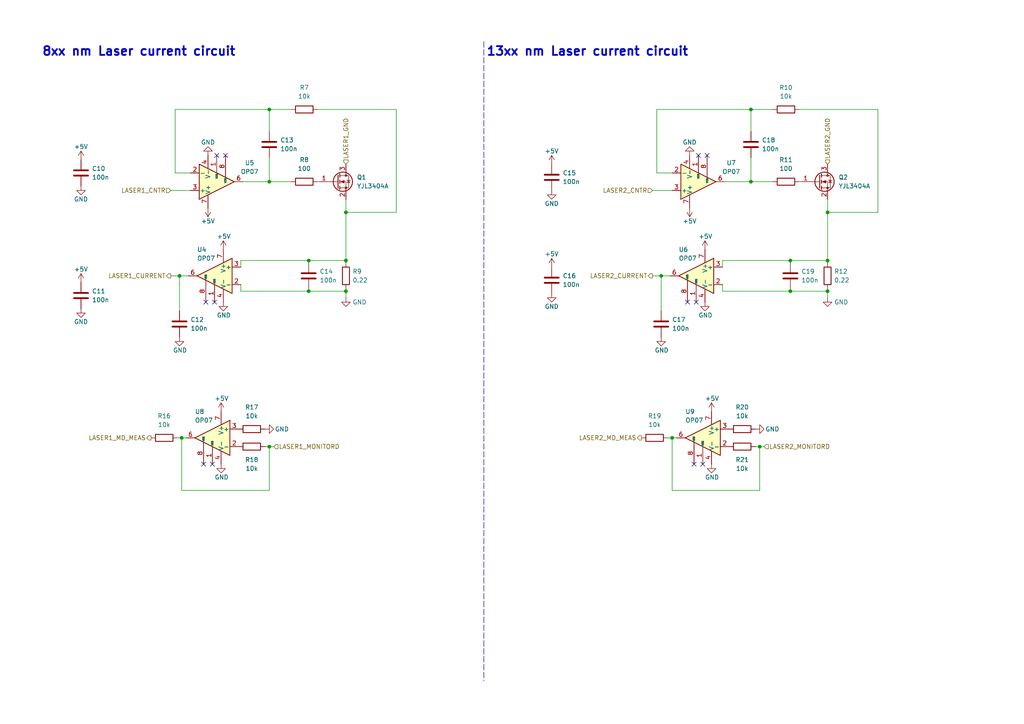
<source format=kicad_sch>
(kicad_sch (version 20211123) (generator eeschema)
  (paper "A4")
  (title_block (title "Laser controller board (Laser driver)") (date "2022-05-05") (rev "R0.1") (company "Designed by Márk Mihalik"))
  (lib_symbols
    (symbol "Amplifier_Operational:OP07" (pin_names (offset 0.127))
      (property "Reference" "U" (at 1.27 6.35 0))
      (property "Value" "OP07" (at 1.27 3.81 0))
      (symbol "OP07_0_1"
        (polyline (pts (xy -5.08 5.08) (xy 5.08 0) (xy -5.08 -5.08) (xy -5.08 5.08)) (stroke (width 0.254)) (fill (type background)))
      )
      (symbol "OP07_1_1"
        (pin input line (at 0 -7.62 90) (length 5.08) (name "VOS") (number "1"))
        (pin input line (at -7.62 -2.54 0) (length 2.54) (name "-") (number "2"))
        (pin input line (at -7.62 2.54 0) (length 2.54) (name "+") (number "3"))
        (pin power_in line (at -2.54 -7.62 90) (length 3.81) (name "V-") (number "4"))
        (pin no_connect line (at 0 2.54 270) (length 2.54) hide (name "NC") (number "5"))
        (pin output line (at 7.62 0 180) (length 2.54) (name "~") (number "6"))
        (pin power_in line (at -2.54 7.62 270) (length 3.81) (name "V+") (number "7"))
        (pin input line (at 2.54 -7.62 90) (length 6.35) (name "VOS") (number "8"))
      )
    )
    (symbol "Device:C" (pin_numbers hide) (pin_names (offset 0.254))
      (property "Reference" "C" (at 0.635 2.54 0))
      (property "Value" "C" (at 0.635 -2.54 0))
      (symbol "C_0_1"
        (polyline (pts (xy -2.032 -0.762) (xy 2.032 -0.762)) (stroke (width 0.508)))
        (polyline (pts (xy -2.032 0.762) (xy 2.032 0.762)) (stroke (width 0.508)))
      )
      (symbol "C_1_1"
        (pin passive line (at 0 3.81 270) (length 2.794) (name "~") (number "1"))
        (pin passive line (at 0 -3.81 90) (length 2.794) (name "~") (number "2"))
      )
    )
    (symbol "Device:Q_NMOS_GSD" (pin_names (offset 0) hide)
      (property "Reference" "Q" (at 5.08 1.27 0))
      (property "Value" "Q_NMOS_GSD" (at 5.08 -1.27 0))
      (symbol "Q_NMOS_GSD_0_1"
        (polyline (pts (xy 0.254 0) (xy -2.54 0)))
        (polyline (pts (xy 0.254 1.905) (xy 0.254 -1.905)) (stroke (width 0.254)))
        (polyline (pts (xy 0.762 -1.27) (xy 0.762 -2.286)) (stroke (width 0.254)))
        (polyline (pts (xy 0.762 0.508) (xy 0.762 -0.508)) (stroke (width 0.254)))
        (polyline (pts (xy 0.762 2.286) (xy 0.762 1.27)) (stroke (width 0.254)))
        (polyline (pts (xy 2.54 2.54) (xy 2.54 1.778)))
        (polyline (pts (xy 2.54 -2.54) (xy 2.54 0) (xy 0.762 0)))
        (polyline (pts (xy 0.762 -1.778) (xy 3.302 -1.778) (xy 3.302 1.778) (xy 0.762 1.778)))
        (polyline (pts (xy 1.016 0) (xy 2.032 0.381) (xy 2.032 -0.381) (xy 1.016 0)) (fill (type outline)))
        (polyline (pts (xy 2.794 0.508) (xy 2.921 0.381) (xy 3.683 0.381) (xy 3.81 0.254)))
        (polyline (pts (xy 3.302 0.381) (xy 2.921 -0.254) (xy 3.683 -0.254) (xy 3.302 0.381)))
        (circle (center 1.651 0) (radius 2.794) (stroke (width 0.254)))
        (circle (center 2.54 -1.778) (radius 0.254) (fill (type outline)))
        (circle (center 2.54 1.778) (radius 0.254) (fill (type outline)))
      )
      (symbol "Q_NMOS_GSD_1_1"
        (pin input line (at -5.08 0 0) (length 2.54) (name "G") (number "1"))
        (pin passive line (at 2.54 -5.08 90) (length 2.54) (name "S") (number "2"))
        (pin passive line (at 2.54 5.08 270) (length 2.54) (name "D") (number "3"))
      )
    )
    (symbol "Device:R" (pin_numbers hide) (pin_names (offset 0))
      (property "Reference" "R" (at 2.032 0 90))
      (property "Value" "R" (at 0 0 90))
      (symbol "R_0_1"
        (rectangle (start -1.016 -2.54) (end 1.016 2.54) (stroke (width 0.254)))
      )
      (symbol "R_1_1"
        (pin passive line (at 0 3.81 270) (length 1.27) (name "~") (number "1"))
        (pin passive line (at 0 -3.81 90) (length 1.27) (name "~") (number "2"))
      )
    )
    (symbol "power:+5V" (power) (pin_names (offset 0))
      (property "Value" "+5V" (at 0 3.556 0))
      (symbol "+5V_0_1"
        (polyline (pts (xy -0.762 1.27) (xy 0 2.54)))
        (polyline (pts (xy 0 0) (xy 0 2.54)))
        (polyline (pts (xy 0 2.54) (xy 0.762 1.27)))
      )
      (symbol "+5V_1_1"
        (pin power_in line (at 0 0 90) (length 0) hide (name "+5V") (number "1"))
      )
    )
    (symbol "power:GND" (power) (pin_names (offset 0))
      (property "Value" "GND" (at 0 -3.81 0))
      (symbol "GND_0_1"
        (polyline (pts (xy 0 0) (xy 0 -1.27) (xy 1.27 -1.27) (xy 0 -2.54) (xy -1.27 -1.27) (xy 0 -1.27)))
      )
      (symbol "GND_1_1"
        (pin power_in line (at 0 0 270) (length 0) hide (name "GND") (number "1"))
      )
    )
  )
  (junction (at 52.705 127))
  (junction (at 89.535 75.565))
  (junction (at 220.345 129.54))
  (junction (at 78.105 31.75))
  (junction (at 217.805 31.75))
  (junction (at 100.33 75.565))
  (junction (at 89.535 84.455))
  (junction (at 229.235 84.455))
  (junction (at 240.03 75.565))
  (junction (at 191.77 80.01))
  (junction (at 194.945 127))
  (junction (at 78.105 52.705))
  (junction (at 240.03 84.455))
  (junction (at 100.33 84.455))
  (junction (at 229.235 75.565))
  (junction (at 52.07 80.01))
  (junction (at 217.805 52.705))
  (junction (at 78.105 129.54))
  (junction (at 240.03 61.595))
  (junction (at 100.33 61.595))
  (no_connect (at 59.69 87.63))
  (no_connect (at 199.39 87.63))
  (no_connect (at 205.105 45.085))
  (no_connect (at 203.835 134.62))
  (no_connect (at 202.565 45.085))
  (no_connect (at 201.295 134.62))
  (no_connect (at 201.93 87.63))
  (no_connect (at 65.405 45.085))
  (no_connect (at 62.865 45.085))
  (no_connect (at 62.23 87.63))
  (no_connect (at 59.055 134.62))
  (no_connect (at 61.595 134.62))
  (wire (pts (xy 92.075 31.75) (xy 114.935 31.75)))
  (wire (pts (xy 194.945 127) (xy 194.945 142.24)))
  (wire (pts (xy 69.85 84.455) (xy 89.535 84.455)))
  (wire (pts (xy 189.23 80.01) (xy 191.77 80.01)))
  (wire (pts (xy 231.775 52.705) (xy 232.41 52.705)))
  (wire (pts (xy 52.07 80.01) (xy 52.07 90.17)))
  (wire (pts (xy 240.03 83.82) (xy 240.03 84.455)))
  (wire (pts (xy 209.55 84.455) (xy 229.235 84.455)))
  (wire (pts (xy 209.55 84.455) (xy 209.55 82.55)))
  (wire (pts (xy 78.105 52.705) (xy 84.455 52.705)))
  (wire (pts (xy 210.185 52.705) (xy 217.805 52.705)))
  (wire (pts (xy 254.635 61.595) (xy 240.03 61.595)))
  (wire (pts (xy 100.33 83.82) (xy 100.33 84.455)))
  (wire (pts (xy 217.805 52.705) (xy 224.155 52.705)))
  (wire (pts (xy 69.85 75.565) (xy 69.85 77.47)))
  (wire (pts (xy 191.77 80.01) (xy 194.31 80.01)))
  (wire (pts (xy 100.33 75.565) (xy 100.33 76.2)))
  (wire (pts (xy 70.485 52.705) (xy 78.105 52.705)))
  (wire (pts (xy 194.945 50.165) (xy 190.5 50.165)))
  (polyline (pts (xy 140.335 12.065) (xy 140.335 197.485)))
  (wire (pts (xy 49.53 80.01) (xy 52.07 80.01)))
  (wire (pts (xy 89.535 83.82) (xy 89.535 84.455)))
  (wire (pts (xy 240.03 86.36) (xy 240.03 84.455)))
  (wire (pts (xy 217.805 31.75) (xy 224.155 31.75)))
  (wire (pts (xy 78.105 129.54) (xy 76.835 129.54)))
  (wire (pts (xy 229.235 75.565) (xy 229.235 76.2)))
  (wire (pts (xy 190.5 50.165) (xy 190.5 31.75)))
  (wire (pts (xy 217.805 45.72) (xy 217.805 52.705)))
  (wire (pts (xy 50.8 50.165) (xy 50.8 31.75)))
  (wire (pts (xy 189.23 55.245) (xy 194.945 55.245)))
  (wire (pts (xy 194.945 142.24) (xy 220.345 142.24)))
  (wire (pts (xy 220.345 129.54) (xy 220.345 142.24)))
  (wire (pts (xy 229.235 83.82) (xy 229.235 84.455)))
  (wire (pts (xy 240.03 61.595) (xy 240.03 75.565)))
  (wire (pts (xy 209.55 75.565) (xy 229.235 75.565)))
  (wire (pts (xy 89.535 75.565) (xy 89.535 76.2)))
  (wire (pts (xy 78.105 129.54) (xy 79.375 129.54)))
  (wire (pts (xy 78.105 31.75) (xy 84.455 31.75)))
  (wire (pts (xy 69.85 84.455) (xy 69.85 82.55)))
  (wire (pts (xy 100.33 61.595) (xy 100.33 57.785)))
  (wire (pts (xy 229.235 75.565) (xy 240.03 75.565)))
  (wire (pts (xy 217.805 31.75) (xy 217.805 38.1)))
  (wire (pts (xy 52.705 127) (xy 52.705 142.24)))
  (wire (pts (xy 193.675 127) (xy 194.945 127)))
  (wire (pts (xy 52.07 80.01) (xy 54.61 80.01)))
  (wire (pts (xy 78.105 45.72) (xy 78.105 52.705)))
  (wire (pts (xy 55.245 50.165) (xy 50.8 50.165)))
  (wire (pts (xy 100.33 86.36) (xy 100.33 84.455)))
  (wire (pts (xy 92.075 52.705) (xy 92.71 52.705)))
  (wire (pts (xy 78.105 31.75) (xy 78.105 38.1)))
  (wire (pts (xy 254.635 31.75) (xy 254.635 61.595)))
  (wire (pts (xy 89.535 84.455) (xy 100.33 84.455)))
  (wire (pts (xy 229.235 84.455) (xy 240.03 84.455)))
  (wire (pts (xy 89.535 75.565) (xy 100.33 75.565)))
  (wire (pts (xy 220.345 129.54) (xy 221.615 129.54)))
  (wire (pts (xy 52.705 142.24) (xy 78.105 142.24)))
  (wire (pts (xy 209.55 75.565) (xy 209.55 77.47)))
  (wire (pts (xy 231.775 31.75) (xy 254.635 31.75)))
  (wire (pts (xy 69.85 75.565) (xy 89.535 75.565)))
  (wire (pts (xy 50.8 31.75) (xy 78.105 31.75)))
  (wire (pts (xy 114.935 61.595) (xy 100.33 61.595)))
  (wire (pts (xy 190.5 31.75) (xy 217.805 31.75)))
  (wire (pts (xy 52.705 127) (xy 53.975 127)))
  (wire (pts (xy 191.77 80.01) (xy 191.77 90.17)))
  (wire (pts (xy 220.345 129.54) (xy 219.075 129.54)))
  (wire (pts (xy 240.03 61.595) (xy 240.03 57.785)))
  (wire (pts (xy 114.935 31.75) (xy 114.935 61.595)))
  (wire (pts (xy 100.33 61.595) (xy 100.33 75.565)))
  (wire (pts (xy 240.03 75.565) (xy 240.03 76.2)))
  (wire (pts (xy 49.53 55.245) (xy 55.245 55.245)))
  (wire (pts (xy 194.945 127) (xy 196.215 127)))
  (wire (pts (xy 51.435 127) (xy 52.705 127)))
  (wire (pts (xy 78.105 129.54) (xy 78.105 142.24)))
  (text "13xx nm Laser current circuit\n" (at 140.97 16.51 0) (effects (font (size 2.54 2.54) bold) (justify left bottom)))
  (text "8xx nm Laser current circuit\n" (at 12.065 16.51 0) (effects (font (size 2.54 2.54) bold) (justify left bottom)))
  (hierarchical_label "LASER2_CURRENT" (shape output) (at 189.23 80.01 180))
  (hierarchical_label "LASER2_MD_MEAS" (shape output) (at 186.055 127 180))
  (hierarchical_label "LASER1_CURRENT" (shape output) (at 49.53 80.01 180))
  (hierarchical_label "LASER1_MD_MEAS" (shape output) (at 43.815 127 180))
  (hierarchical_label "LASER2_GND" (shape input) (at 240.03 47.625 90))
  (hierarchical_label "LASER2_CNTR" (shape input) (at 189.23 55.245 180))
  (hierarchical_label "LASER1_GND" (shape input) (at 100.33 47.625 90))
  (hierarchical_label "LASER2_MONITORD" (shape input) (at 221.615 129.54 0))
  (hierarchical_label "LASER1_CNTR" (shape input) (at 49.53 55.245 180))
  (hierarchical_label "LASER1_MONITORD" (shape input) (at 79.375 129.54 0))
  (symbol (lib_id "power:GND") (at 191.77 97.79 0) (unit 1)
    (property "Reference" "#PWR0153" (effects hide))
    (property "Value" "GND" (at 189.865 101.6 0) (effects (justify left)))
  )
  (symbol (lib_id "Device:C") (at 78.105 41.91 0) (unit 1)
    (property "Reference" "C13" (at 81.28 40.6399 0) (effects (justify left)))
    (property "Value" "100n" (at 81.28 43.1799 0) (effects (justify left)))
    (property "Footprint" "Capacitor_SMD:C_0805_2012Metric" (effects hide))
  )
  (symbol (lib_id "power:GND") (at 52.07 97.79 0) (unit 1)
    (property "Reference" "#PWR0143" (effects hide))
    (property "Value" "GND" (at 50.165 101.6 0) (effects (justify left)))
  )
  (symbol (lib_id "Device:Q_NMOS_GSD") (at 237.49 52.705 0) (unit 1)
    (property "Reference" "Q2" (at 243.205 51.4349 0) (effects (justify left)))
    (property "Value" "YJL3404A" (at 243.205 53.9749 0) (effects (justify left)))
    (property "Footprint" "Package_TO_SOT_SMD:SOT-23" (effects hide))
  )
  (symbol (lib_id "Device:R") (at 240.03 80.01 0) (unit 1)
    (property "Reference" "R12" (at 241.935 78.7399 0) (effects (justify left)))
    (property "Value" "0.22" (at 241.935 81.2799 0) (effects (justify left)))
    (property "Footprint" "Resistor_SMD:R_0805_2012Metric" (effects hide))
  )
  (symbol (lib_id "power:+5V") (at 204.47 72.39 0) (unit 1)
    (property "Reference" "#PWR0148" (effects hide))
    (property "Value" "+5V" (at 202.565 68.58 0) (effects (justify left)))
  )
  (symbol (lib_id "Device:R") (at 227.965 31.75 90) (unit 1)
    (property "Reference" "R10" (at 227.965 25.4 90))
    (property "Value" "10k" (at 227.965 27.94 90))
    (property "Footprint" "Resistor_SMD:R_0805_2012Metric" (effects hide))
  )
  (symbol (lib_id "Amplifier_Operational:OP07") (at 203.835 127 0) (mirror y) (unit 1)
    (property "Reference" "U9" (at 198.755 119.38 0) (effects (justify right)))
    (property "Value" "OP07" (at 198.755 121.92 0) (effects (justify right)))
    (property "Footprint" "Package_SO:SOIC-8_3.9x4.9mm_P1.27mm" (effects hide))
    (property "Datasheet" "https://www.analog.com/media/en/technical-documentation/data-sheets/OP07.pdf" (effects hide))
  )
  (symbol (lib_id "Device:R") (at 215.265 124.46 90) (unit 1)
    (property "Reference" "R20" (at 215.265 118.11 90))
    (property "Value" "10k" (at 215.265 120.65 90))
    (property "Footprint" "Resistor_SMD:R_0805_2012Metric" (effects hide))
  )
  (symbol (lib_id "power:GND") (at 206.375 134.62 0) (unit 1)
    (property "Reference" "#PWR013" (effects hide))
    (property "Value" "GND" (at 204.47 138.43 0) (effects (justify left)))
  )
  (symbol (lib_id "power:+5V") (at 64.77 72.39 0) (unit 1)
    (property "Reference" "#PWR0147" (effects hide))
    (property "Value" "+5V" (at 62.865 68.58 0) (effects (justify left)))
  )
  (symbol (lib_id "Device:C") (at 23.495 85.725 0) (unit 1)
    (property "Reference" "C11" (at 26.67 84.4549 0) (effects (justify left)))
    (property "Value" "100n" (at 26.67 86.9949 0) (effects (justify left)))
    (property "Footprint" "Capacitor_SMD:C_0805_2012Metric" (effects hide))
  )
  (symbol (lib_id "Device:R") (at 73.025 124.46 90) (unit 1)
    (property "Reference" "R17" (at 73.025 118.11 90))
    (property "Value" "10k" (at 73.025 120.65 90))
    (property "Footprint" "Resistor_SMD:R_0805_2012Metric" (effects hide))
  )
  (symbol (lib_id "Amplifier_Operational:OP07") (at 62.865 52.705 0) (mirror x) (unit 1)
    (property "Reference" "U5" (at 72.39 47.2438 0))
    (property "Value" "OP07" (at 72.39 49.7838 0))
    (property "Footprint" "Package_SO:SOIC-8_3.9x4.9mm_P1.27mm" (effects hide))
    (property "Datasheet" "https://www.analog.com/media/en/technical-documentation/data-sheets/OP07.pdf" (effects hide))
  )
  (symbol (lib_id "power:GND") (at 64.135 134.62 0) (unit 1)
    (property "Reference" "#PWR010" (effects hide))
    (property "Value" "GND" (at 62.23 138.43 0) (effects (justify left)))
  )
  (symbol (lib_id "Device:C") (at 23.495 50.165 0) (unit 1)
    (property "Reference" "C10" (at 26.67 48.8949 0) (effects (justify left)))
    (property "Value" "100n" (at 26.67 51.4349 0) (effects (justify left)))
    (property "Footprint" "Capacitor_SMD:C_0805_2012Metric" (effects hide))
  )
  (symbol (lib_id "Device:Q_NMOS_GSD") (at 97.79 52.705 0) (unit 1)
    (property "Reference" "Q1" (at 103.505 51.4349 0) (effects (justify left)))
    (property "Value" "YJL3404A" (at 103.505 53.9749 0) (effects (justify left)))
    (property "Footprint" "Package_TO_SOT_SMD:SOT-23" (effects hide))
  )
  (symbol (lib_id "power:+5V") (at 206.375 119.38 0) (unit 1)
    (property "Reference" "#PWR012" (effects hide))
    (property "Value" "+5V" (at 204.47 115.57 0) (effects (justify left)))
  )
  (symbol (lib_id "power:+5V") (at 160.02 77.47 0) (unit 1)
    (property "Reference" "#PWR0156" (effects hide))
    (property "Value" "+5V" (at 160.02 73.66 0))
  )
  (symbol (lib_id "Device:R") (at 215.265 129.54 90) (unit 1)
    (property "Reference" "R21" (at 215.265 133.35 90))
    (property "Value" "10k" (at 215.265 135.89 90))
    (property "Footprint" "Resistor_SMD:R_0805_2012Metric" (effects hide))
  )
  (symbol (lib_id "Device:R") (at 189.865 127 90) (unit 1)
    (property "Reference" "R19" (at 189.865 120.65 90))
    (property "Value" "10k" (at 189.865 123.19 90))
    (property "Footprint" "Resistor_SMD:R_0805_2012Metric" (effects hide))
  )
  (symbol (lib_id "Device:C") (at 160.02 81.28 0) (unit 1)
    (property "Reference" "C16" (at 163.195 80.0099 0) (effects (justify left)))
    (property "Value" "100n" (at 163.195 82.5499 0) (effects (justify left)))
    (property "Footprint" "Capacitor_SMD:C_0805_2012Metric" (effects hide))
  )
  (symbol (lib_id "Device:C") (at 52.07 93.98 180) (unit 1)
    (property "Reference" "C12" (at 55.245 92.7099 0) (effects (justify right)))
    (property "Value" "100n" (at 55.245 95.2499 0) (effects (justify right)))
    (property "Footprint" "Capacitor_SMD:C_0805_2012Metric" (effects hide))
  )
  (symbol (lib_id "power:GND") (at 100.33 86.36 0) (unit 1)
    (property "Reference" "#PWR0137" (effects hide))
    (property "Value" "GND" (at 102.235 87.6299 0) (effects (justify left)))
  )
  (symbol (lib_id "power:+5V") (at 160.02 47.625 0) (unit 1)
    (property "Reference" "#PWR0151" (effects hide))
    (property "Value" "+5V" (at 160.02 43.815 0))
  )
  (symbol (lib_id "power:+5V") (at 64.135 119.38 0) (unit 1)
    (property "Reference" "#PWR09" (effects hide))
    (property "Value" "+5V" (at 62.23 115.57 0) (effects (justify left)))
  )
  (symbol (lib_id "power:+5V") (at 60.325 60.325 180) (unit 1)
    (property "Reference" "#PWR0141" (effects hide))
    (property "Value" "+5V" (at 60.325 64.135 0))
  )
  (symbol (lib_id "Device:R") (at 88.265 31.75 90) (unit 1)
    (property "Reference" "R7" (at 88.265 25.4 90))
    (property "Value" "10k" (at 88.265 27.94 90))
    (property "Footprint" "Resistor_SMD:R_0805_2012Metric" (effects hide))
  )
  (symbol (lib_id "power:GND") (at 23.495 89.535 0) (unit 1)
    (property "Reference" "#PWR0142" (effects hide))
    (property "Value" "GND" (at 23.495 93.345 0))
  )
  (symbol (lib_id "power:+5V") (at 200.025 60.325 180) (unit 1)
    (property "Reference" "#PWR0150" (effects hide))
    (property "Value" "+5V" (at 200.025 64.135 0))
  )
  (symbol (lib_id "Device:R") (at 47.625 127 90) (unit 1)
    (property "Reference" "R16" (at 47.625 120.65 90))
    (property "Value" "10k" (at 47.625 123.19 90))
    (property "Footprint" "Resistor_SMD:R_0805_2012Metric" (effects hide))
  )
  (symbol (lib_id "Amplifier_Operational:OP07") (at 62.23 80.01 0) (mirror y) (unit 1)
    (property "Reference" "U4" (at 57.15 72.39 0) (effects (justify right)))
    (property "Value" "OP07" (at 57.15 74.93 0) (effects (justify right)))
    (property "Footprint" "Package_SO:SOIC-8_3.9x4.9mm_P1.27mm" (effects hide))
    (property "Datasheet" "https://www.analog.com/media/en/technical-documentation/data-sheets/OP07.pdf" (effects hide))
  )
  (symbol (lib_id "power:GND") (at 240.03 86.36 0) (unit 1)
    (property "Reference" "#PWR0138" (effects hide))
    (property "Value" "GND" (at 241.935 87.6299 0) (effects (justify left)))
  )
  (symbol (lib_id "Device:C") (at 89.535 80.01 180) (unit 1)
    (property "Reference" "C14" (at 92.71 78.7399 0) (effects (justify right)))
    (property "Value" "100n" (at 92.71 81.2799 0) (effects (justify right)))
    (property "Footprint" "Capacitor_SMD:C_0805_2012Metric" (effects hide))
  )
  (symbol (lib_id "Device:C") (at 160.02 51.435 0) (unit 1)
    (property "Reference" "C15" (at 163.195 50.1649 0) (effects (justify left)))
    (property "Value" "100n" (at 163.195 52.7049 0) (effects (justify left)))
    (property "Footprint" "Capacitor_SMD:C_0805_2012Metric" (effects hide))
  )
  (symbol (lib_id "Device:R") (at 227.965 52.705 90) (unit 1)
    (property "Reference" "R11" (at 227.965 46.355 90))
    (property "Value" "100" (at 227.965 48.895 90))
    (property "Footprint" "Resistor_SMD:R_0805_2012Metric" (effects hide))
  )
  (symbol (lib_id "power:GND") (at 204.47 87.63 0) (unit 1)
    (property "Reference" "#PWR0152" (effects hide))
    (property "Value" "GND" (at 202.565 91.44 0) (effects (justify left)))
  )
  (symbol (lib_id "Device:R") (at 73.025 129.54 90) (unit 1)
    (property "Reference" "R18" (at 73.025 133.35 90))
    (property "Value" "10k" (at 73.025 135.89 90))
    (property "Footprint" "Resistor_SMD:R_0805_2012Metric" (effects hide))
  )
  (symbol (lib_id "power:GND") (at 200.025 45.085 180) (unit 1)
    (property "Reference" "#PWR0154" (effects hide))
    (property "Value" "GND" (at 200.025 41.275 0))
  )
  (symbol (lib_id "Device:C") (at 191.77 93.98 180) (unit 1)
    (property "Reference" "C17" (at 194.945 92.7099 0) (effects (justify right)))
    (property "Value" "100n" (at 194.945 95.2499 0) (effects (justify right)))
    (property "Footprint" "Capacitor_SMD:C_0805_2012Metric" (effects hide))
  )
  (symbol (lib_id "power:GND") (at 160.02 85.09 0) (unit 1)
    (property "Reference" "#PWR0155" (effects hide))
    (property "Value" "GND" (at 160.02 88.9 0))
  )
  (symbol (lib_id "power:+5V") (at 23.495 46.355 0) (unit 1)
    (property "Reference" "#PWR0145" (effects hide))
    (property "Value" "+5V" (at 23.495 42.545 0))
  )
  (symbol (lib_id "power:GND") (at 64.77 87.63 0) (unit 1)
    (property "Reference" "#PWR0139" (effects hide))
    (property "Value" "GND" (at 62.865 91.44 0) (effects (justify left)))
  )
  (symbol (lib_id "power:GND") (at 219.075 124.46 90) (unit 1)
    (property "Reference" "#PWR014" (effects hide))
    (property "Value" "GND" (at 226.06 124.46 90) (effects (justify left)))
  )
  (symbol (lib_id "Amplifier_Operational:OP07") (at 201.93 80.01 0) (mirror y) (unit 1)
    (property "Reference" "U6" (at 196.85 72.39 0) (effects (justify right)))
    (property "Value" "OP07" (at 196.85 74.93 0) (effects (justify right)))
    (property "Footprint" "Package_SO:SOIC-8_3.9x4.9mm_P1.27mm" (effects hide))
    (property "Datasheet" "https://www.analog.com/media/en/technical-documentation/data-sheets/OP07.pdf" (effects hide))
  )
  (symbol (lib_id "Device:C") (at 217.805 41.91 0) (unit 1)
    (property "Reference" "C18" (at 220.98 40.6399 0) (effects (justify left)))
    (property "Value" "100n" (at 220.98 43.1799 0) (effects (justify left)))
    (property "Footprint" "Capacitor_SMD:C_0805_2012Metric" (effects hide))
  )
  (symbol (lib_id "power:+5V") (at 23.495 81.915 0) (unit 1)
    (property "Reference" "#PWR0144" (effects hide))
    (property "Value" "+5V" (at 23.495 78.105 0))
  )
  (symbol (lib_id "Amplifier_Operational:OP07") (at 61.595 127 0) (mirror y) (unit 1)
    (property "Reference" "U8" (at 56.515 119.38 0) (effects (justify right)))
    (property "Value" "OP07" (at 56.515 121.92 0) (effects (justify right)))
    (property "Footprint" "Package_SO:SOIC-8_3.9x4.9mm_P1.27mm" (effects hide))
    (property "Datasheet" "https://www.analog.com/media/en/technical-documentation/data-sheets/OP07.pdf" (effects hide))
  )
  (symbol (lib_id "Amplifier_Operational:OP07") (at 202.565 52.705 0) (mirror x) (unit 1)
    (property "Reference" "U7" (at 212.09 47.2438 0))
    (property "Value" "OP07" (at 212.09 49.7838 0))
    (property "Footprint" "Package_SO:SOIC-8_3.9x4.9mm_P1.27mm" (effects hide))
    (property "Datasheet" "https://www.analog.com/media/en/technical-documentation/data-sheets/OP07.pdf" (effects hide))
  )
  (symbol (lib_id "Device:R") (at 100.33 80.01 0) (unit 1)
    (property "Reference" "R9" (at 102.235 78.7399 0) (effects (justify left)))
    (property "Value" "0.22" (at 102.235 81.2799 0) (effects (justify left)))
    (property "Footprint" "Resistor_SMD:R_0805_2012Metric" (effects hide))
  )
  (symbol (lib_id "Device:C") (at 229.235 80.01 180) (unit 1)
    (property "Reference" "C19" (at 232.41 78.7399 0) (effects (justify right)))
    (property "Value" "100n" (at 232.41 81.2799 0) (effects (justify right)))
    (property "Footprint" "Capacitor_SMD:C_0805_2012Metric" (effects hide))
  )
  (symbol (lib_id "power:GND") (at 23.495 53.975 0) (unit 1)
    (property "Reference" "#PWR0146" (effects hide))
    (property "Value" "GND" (at 23.495 57.785 0))
  )
  (symbol (lib_id "Device:R") (at 88.265 52.705 90) (unit 1)
    (property "Reference" "R8" (at 88.265 46.355 90))
    (property "Value" "100" (at 88.265 48.895 90))
    (property "Footprint" "Resistor_SMD:R_0805_2012Metric" (effects hide))
  )
  (symbol (lib_id "power:GND") (at 160.02 55.245 0) (unit 1)
    (property "Reference" "#PWR0149" (effects hide))
    (property "Value" "GND" (at 160.02 59.055 0))
  )
  (symbol (lib_id "power:GND") (at 60.325 45.085 180) (unit 1)
    (property "Reference" "#PWR0140" (effects hide))
    (property "Value" "GND" (at 60.325 41.275 0))
  )
  (symbol (lib_id "power:GND") (at 76.835 124.46 90) (unit 1)
    (property "Reference" "#PWR011" (effects hide))
    (property "Value" "GND" (at 83.82 124.46 90) (effects (justify left)))
  )
)
</source>
